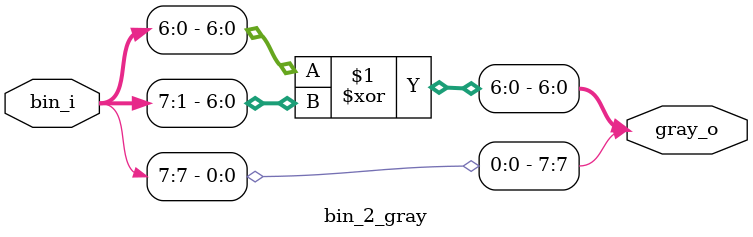
<source format=sv>


module bin_2_gray #(
    parameter int WIDTH = 8  // Width of binary input and Gray output
) (

    ////////////////////////////////////////////////////////////////////////////////////////////////
    // Input / Output Signals
    ////////////////////////////////////////////////////////////////////////////////////////////////

    input  logic [WIDTH-1:0] bin_i,   // Binary input
    output logic [WIDTH-1:0] gray_o   // Gray code output
);

  //////////////////////////////////////////////////////////////////////////////////////////////////
  // Combinational Logic
  //////////////////////////////////////////////////////////////////////////////////////////////////

  // MSB remains same in Gray code
  assign gray_o[WIDTH-1] = bin_i[WIDTH-1];

  // Remaining bits generated using XOR operation
  assign gray_o[WIDTH-2:0] = bin_i[WIDTH-2:0] ^ bin_i[WIDTH-1:1];

endmodule


</source>
